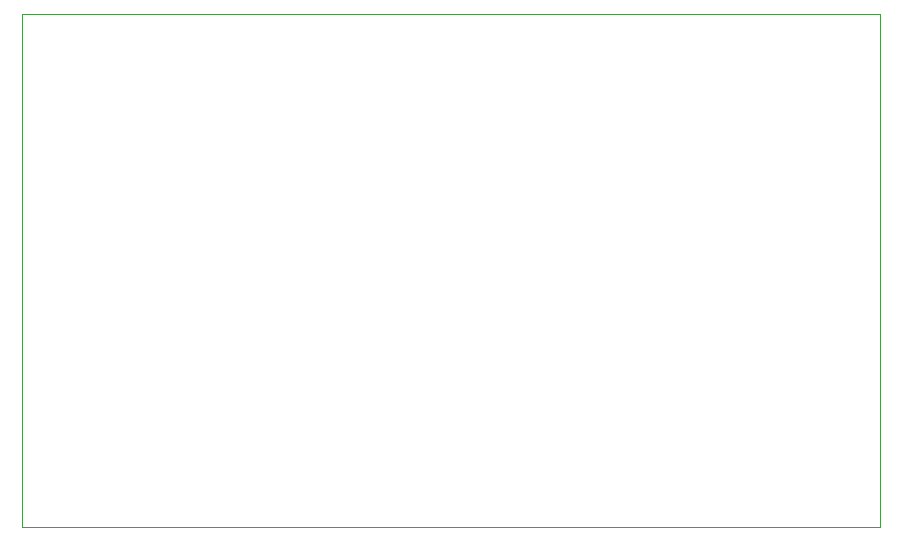
<source format=gbr>
G04 (created by PCBNEW (2013-07-20 BZR 4243)-testing) date 22/04/2014 10:38:31 PM*
%MOIN*%
G04 Gerber Fmt 3.4, Leading zero omitted, Abs format*
%FSLAX34Y34*%
G01*
G70*
G90*
G04 APERTURE LIST*
%ADD10C,0.005906*%
%ADD11C,0.003937*%
G04 APERTURE END LIST*
G54D10*
G54D11*
X0Y0D02*
X28600Y0D01*
X28600Y-17100D02*
X0Y-17100D01*
X0Y-17100D02*
X0Y0D01*
X28600Y0D02*
X28600Y-17100D01*
M02*

</source>
